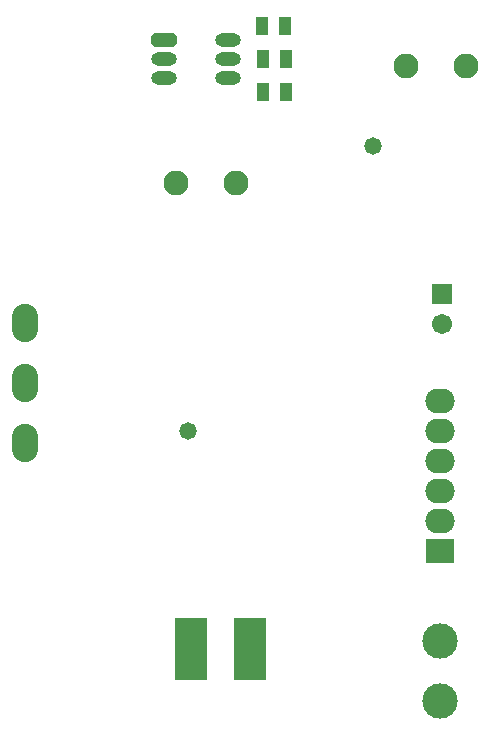
<source format=gts>
G04*
G04 #@! TF.GenerationSoftware,Altium Limited,Altium Designer,21.0.9 (235)*
G04*
G04 Layer_Color=8388736*
%FSTAX24Y24*%
%MOIN*%
G70*
G04*
G04 #@! TF.SameCoordinates,45A28FA0-0FE0-41DF-BFDA-37982D4B71EE*
G04*
G04*
G04 #@! TF.FilePolarity,Negative*
G04*
G01*
G75*
%ADD19R,0.0434X0.0592*%
G04:AMPARAMS|DCode=20|XSize=86.7mil|YSize=43.4mil|CornerRadius=0mil|HoleSize=0mil|Usage=FLASHONLY|Rotation=0.000|XOffset=0mil|YOffset=0mil|HoleType=Round|Shape=Octagon|*
%AMOCTAGOND20*
4,1,8,0.0434,-0.0109,0.0434,0.0109,0.0325,0.0217,-0.0325,0.0217,-0.0434,0.0109,-0.0434,-0.0109,-0.0325,-0.0217,0.0325,-0.0217,0.0434,-0.0109,0.0*
%
%ADD20OCTAGOND20*%

%ADD21O,0.0867X0.0434*%
%ADD22R,0.1080X0.2080*%
%ADD23C,0.0830*%
%ADD24C,0.1180*%
%ADD25C,0.0671*%
%ADD26R,0.0671X0.0671*%
%ADD27O,0.0980X0.0830*%
%ADD28R,0.0980X0.0830*%
%ADD29O,0.0867X0.1280*%
%ADD30C,0.0580*%
D19*
X042276Y0437D02*
D03*
X043024D02*
D03*
X042302Y0426D02*
D03*
X04305D02*
D03*
X042302Y0415D02*
D03*
X04305D02*
D03*
D20*
X039Y04323D02*
D03*
D21*
Y0426D02*
D03*
Y04197D02*
D03*
X041126Y04323D02*
D03*
Y0426D02*
D03*
Y04197D02*
D03*
D22*
X04185Y022934D02*
D03*
X039881D02*
D03*
D23*
X04705Y04235D02*
D03*
X04905D02*
D03*
X0394Y03845D02*
D03*
X0414D02*
D03*
D24*
X0482Y0212D02*
D03*
Y0232D02*
D03*
D25*
X04825Y03375D02*
D03*
D26*
Y03475D02*
D03*
D27*
X0482Y0312D02*
D03*
Y0292D02*
D03*
Y0282D02*
D03*
Y0272D02*
D03*
Y0302D02*
D03*
D28*
Y0262D02*
D03*
D29*
X03435Y0338D02*
D03*
Y03179D02*
D03*
Y0298D02*
D03*
D30*
X04595Y0397D02*
D03*
X0398Y0302D02*
D03*
M02*

</source>
